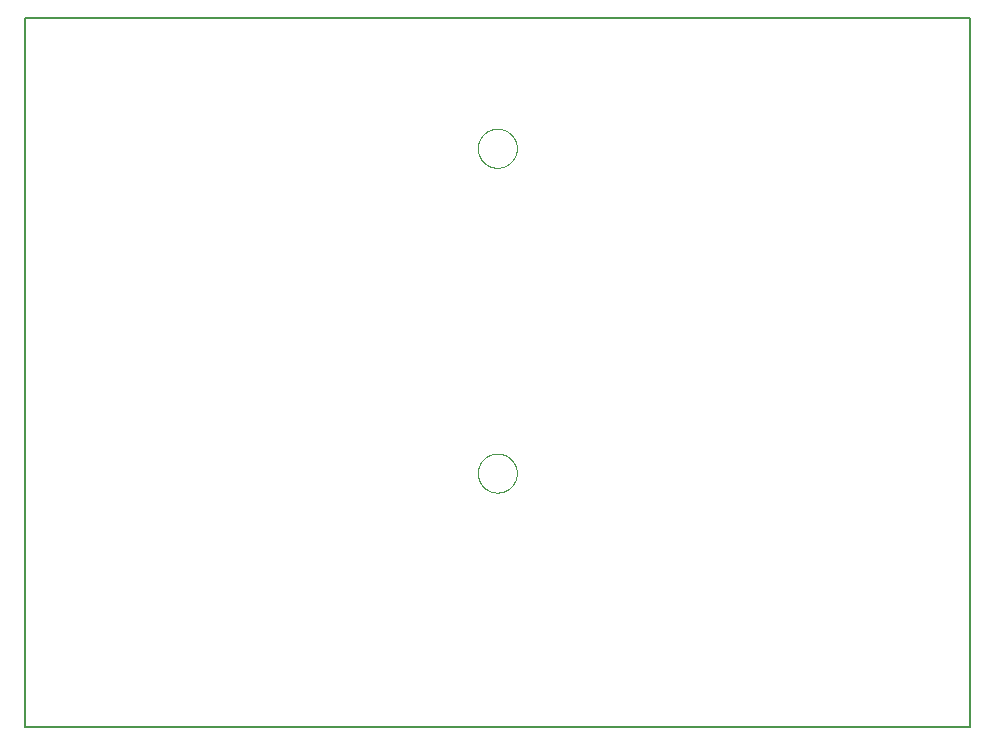
<source format=gbp>
G75*
%MOIN*%
%OFA0B0*%
%FSLAX25Y25*%
%IPPOS*%
%LPD*%
%AMOC8*
5,1,8,0,0,1.08239X$1,22.5*
%
%ADD10C,0.00800*%
%ADD11C,0.00000*%
D10*
X0146255Y0061333D02*
X0461216Y0061333D01*
X0461216Y0297554D01*
X0146255Y0297554D01*
X0146255Y0061333D01*
D11*
X0297235Y0145979D02*
X0297237Y0146140D01*
X0297243Y0146300D01*
X0297253Y0146461D01*
X0297267Y0146621D01*
X0297285Y0146781D01*
X0297306Y0146940D01*
X0297332Y0147099D01*
X0297362Y0147257D01*
X0297395Y0147414D01*
X0297433Y0147571D01*
X0297474Y0147726D01*
X0297519Y0147880D01*
X0297568Y0148033D01*
X0297621Y0148185D01*
X0297677Y0148336D01*
X0297738Y0148485D01*
X0297801Y0148633D01*
X0297869Y0148779D01*
X0297940Y0148923D01*
X0298014Y0149065D01*
X0298092Y0149206D01*
X0298174Y0149344D01*
X0298259Y0149481D01*
X0298347Y0149615D01*
X0298439Y0149747D01*
X0298534Y0149877D01*
X0298632Y0150005D01*
X0298733Y0150130D01*
X0298837Y0150252D01*
X0298944Y0150372D01*
X0299054Y0150489D01*
X0299167Y0150604D01*
X0299283Y0150715D01*
X0299402Y0150824D01*
X0299523Y0150929D01*
X0299647Y0151032D01*
X0299773Y0151132D01*
X0299901Y0151228D01*
X0300032Y0151321D01*
X0300166Y0151411D01*
X0300301Y0151498D01*
X0300439Y0151581D01*
X0300578Y0151661D01*
X0300720Y0151737D01*
X0300863Y0151810D01*
X0301008Y0151879D01*
X0301155Y0151945D01*
X0301303Y0152007D01*
X0301453Y0152065D01*
X0301604Y0152120D01*
X0301757Y0152171D01*
X0301911Y0152218D01*
X0302066Y0152261D01*
X0302222Y0152300D01*
X0302378Y0152336D01*
X0302536Y0152367D01*
X0302694Y0152395D01*
X0302853Y0152419D01*
X0303013Y0152439D01*
X0303173Y0152455D01*
X0303333Y0152467D01*
X0303494Y0152475D01*
X0303655Y0152479D01*
X0303815Y0152479D01*
X0303976Y0152475D01*
X0304137Y0152467D01*
X0304297Y0152455D01*
X0304457Y0152439D01*
X0304617Y0152419D01*
X0304776Y0152395D01*
X0304934Y0152367D01*
X0305092Y0152336D01*
X0305248Y0152300D01*
X0305404Y0152261D01*
X0305559Y0152218D01*
X0305713Y0152171D01*
X0305866Y0152120D01*
X0306017Y0152065D01*
X0306167Y0152007D01*
X0306315Y0151945D01*
X0306462Y0151879D01*
X0306607Y0151810D01*
X0306750Y0151737D01*
X0306892Y0151661D01*
X0307031Y0151581D01*
X0307169Y0151498D01*
X0307304Y0151411D01*
X0307438Y0151321D01*
X0307569Y0151228D01*
X0307697Y0151132D01*
X0307823Y0151032D01*
X0307947Y0150929D01*
X0308068Y0150824D01*
X0308187Y0150715D01*
X0308303Y0150604D01*
X0308416Y0150489D01*
X0308526Y0150372D01*
X0308633Y0150252D01*
X0308737Y0150130D01*
X0308838Y0150005D01*
X0308936Y0149877D01*
X0309031Y0149747D01*
X0309123Y0149615D01*
X0309211Y0149481D01*
X0309296Y0149344D01*
X0309378Y0149206D01*
X0309456Y0149065D01*
X0309530Y0148923D01*
X0309601Y0148779D01*
X0309669Y0148633D01*
X0309732Y0148485D01*
X0309793Y0148336D01*
X0309849Y0148185D01*
X0309902Y0148033D01*
X0309951Y0147880D01*
X0309996Y0147726D01*
X0310037Y0147571D01*
X0310075Y0147414D01*
X0310108Y0147257D01*
X0310138Y0147099D01*
X0310164Y0146940D01*
X0310185Y0146781D01*
X0310203Y0146621D01*
X0310217Y0146461D01*
X0310227Y0146300D01*
X0310233Y0146140D01*
X0310235Y0145979D01*
X0310233Y0145818D01*
X0310227Y0145658D01*
X0310217Y0145497D01*
X0310203Y0145337D01*
X0310185Y0145177D01*
X0310164Y0145018D01*
X0310138Y0144859D01*
X0310108Y0144701D01*
X0310075Y0144544D01*
X0310037Y0144387D01*
X0309996Y0144232D01*
X0309951Y0144078D01*
X0309902Y0143925D01*
X0309849Y0143773D01*
X0309793Y0143622D01*
X0309732Y0143473D01*
X0309669Y0143325D01*
X0309601Y0143179D01*
X0309530Y0143035D01*
X0309456Y0142893D01*
X0309378Y0142752D01*
X0309296Y0142614D01*
X0309211Y0142477D01*
X0309123Y0142343D01*
X0309031Y0142211D01*
X0308936Y0142081D01*
X0308838Y0141953D01*
X0308737Y0141828D01*
X0308633Y0141706D01*
X0308526Y0141586D01*
X0308416Y0141469D01*
X0308303Y0141354D01*
X0308187Y0141243D01*
X0308068Y0141134D01*
X0307947Y0141029D01*
X0307823Y0140926D01*
X0307697Y0140826D01*
X0307569Y0140730D01*
X0307438Y0140637D01*
X0307304Y0140547D01*
X0307169Y0140460D01*
X0307031Y0140377D01*
X0306892Y0140297D01*
X0306750Y0140221D01*
X0306607Y0140148D01*
X0306462Y0140079D01*
X0306315Y0140013D01*
X0306167Y0139951D01*
X0306017Y0139893D01*
X0305866Y0139838D01*
X0305713Y0139787D01*
X0305559Y0139740D01*
X0305404Y0139697D01*
X0305248Y0139658D01*
X0305092Y0139622D01*
X0304934Y0139591D01*
X0304776Y0139563D01*
X0304617Y0139539D01*
X0304457Y0139519D01*
X0304297Y0139503D01*
X0304137Y0139491D01*
X0303976Y0139483D01*
X0303815Y0139479D01*
X0303655Y0139479D01*
X0303494Y0139483D01*
X0303333Y0139491D01*
X0303173Y0139503D01*
X0303013Y0139519D01*
X0302853Y0139539D01*
X0302694Y0139563D01*
X0302536Y0139591D01*
X0302378Y0139622D01*
X0302222Y0139658D01*
X0302066Y0139697D01*
X0301911Y0139740D01*
X0301757Y0139787D01*
X0301604Y0139838D01*
X0301453Y0139893D01*
X0301303Y0139951D01*
X0301155Y0140013D01*
X0301008Y0140079D01*
X0300863Y0140148D01*
X0300720Y0140221D01*
X0300578Y0140297D01*
X0300439Y0140377D01*
X0300301Y0140460D01*
X0300166Y0140547D01*
X0300032Y0140637D01*
X0299901Y0140730D01*
X0299773Y0140826D01*
X0299647Y0140926D01*
X0299523Y0141029D01*
X0299402Y0141134D01*
X0299283Y0141243D01*
X0299167Y0141354D01*
X0299054Y0141469D01*
X0298944Y0141586D01*
X0298837Y0141706D01*
X0298733Y0141828D01*
X0298632Y0141953D01*
X0298534Y0142081D01*
X0298439Y0142211D01*
X0298347Y0142343D01*
X0298259Y0142477D01*
X0298174Y0142614D01*
X0298092Y0142752D01*
X0298014Y0142893D01*
X0297940Y0143035D01*
X0297869Y0143179D01*
X0297801Y0143325D01*
X0297738Y0143473D01*
X0297677Y0143622D01*
X0297621Y0143773D01*
X0297568Y0143925D01*
X0297519Y0144078D01*
X0297474Y0144232D01*
X0297433Y0144387D01*
X0297395Y0144544D01*
X0297362Y0144701D01*
X0297332Y0144859D01*
X0297306Y0145018D01*
X0297285Y0145177D01*
X0297267Y0145337D01*
X0297253Y0145497D01*
X0297243Y0145658D01*
X0297237Y0145818D01*
X0297235Y0145979D01*
X0297235Y0254247D02*
X0297237Y0254408D01*
X0297243Y0254568D01*
X0297253Y0254729D01*
X0297267Y0254889D01*
X0297285Y0255049D01*
X0297306Y0255208D01*
X0297332Y0255367D01*
X0297362Y0255525D01*
X0297395Y0255682D01*
X0297433Y0255839D01*
X0297474Y0255994D01*
X0297519Y0256148D01*
X0297568Y0256301D01*
X0297621Y0256453D01*
X0297677Y0256604D01*
X0297738Y0256753D01*
X0297801Y0256901D01*
X0297869Y0257047D01*
X0297940Y0257191D01*
X0298014Y0257333D01*
X0298092Y0257474D01*
X0298174Y0257612D01*
X0298259Y0257749D01*
X0298347Y0257883D01*
X0298439Y0258015D01*
X0298534Y0258145D01*
X0298632Y0258273D01*
X0298733Y0258398D01*
X0298837Y0258520D01*
X0298944Y0258640D01*
X0299054Y0258757D01*
X0299167Y0258872D01*
X0299283Y0258983D01*
X0299402Y0259092D01*
X0299523Y0259197D01*
X0299647Y0259300D01*
X0299773Y0259400D01*
X0299901Y0259496D01*
X0300032Y0259589D01*
X0300166Y0259679D01*
X0300301Y0259766D01*
X0300439Y0259849D01*
X0300578Y0259929D01*
X0300720Y0260005D01*
X0300863Y0260078D01*
X0301008Y0260147D01*
X0301155Y0260213D01*
X0301303Y0260275D01*
X0301453Y0260333D01*
X0301604Y0260388D01*
X0301757Y0260439D01*
X0301911Y0260486D01*
X0302066Y0260529D01*
X0302222Y0260568D01*
X0302378Y0260604D01*
X0302536Y0260635D01*
X0302694Y0260663D01*
X0302853Y0260687D01*
X0303013Y0260707D01*
X0303173Y0260723D01*
X0303333Y0260735D01*
X0303494Y0260743D01*
X0303655Y0260747D01*
X0303815Y0260747D01*
X0303976Y0260743D01*
X0304137Y0260735D01*
X0304297Y0260723D01*
X0304457Y0260707D01*
X0304617Y0260687D01*
X0304776Y0260663D01*
X0304934Y0260635D01*
X0305092Y0260604D01*
X0305248Y0260568D01*
X0305404Y0260529D01*
X0305559Y0260486D01*
X0305713Y0260439D01*
X0305866Y0260388D01*
X0306017Y0260333D01*
X0306167Y0260275D01*
X0306315Y0260213D01*
X0306462Y0260147D01*
X0306607Y0260078D01*
X0306750Y0260005D01*
X0306892Y0259929D01*
X0307031Y0259849D01*
X0307169Y0259766D01*
X0307304Y0259679D01*
X0307438Y0259589D01*
X0307569Y0259496D01*
X0307697Y0259400D01*
X0307823Y0259300D01*
X0307947Y0259197D01*
X0308068Y0259092D01*
X0308187Y0258983D01*
X0308303Y0258872D01*
X0308416Y0258757D01*
X0308526Y0258640D01*
X0308633Y0258520D01*
X0308737Y0258398D01*
X0308838Y0258273D01*
X0308936Y0258145D01*
X0309031Y0258015D01*
X0309123Y0257883D01*
X0309211Y0257749D01*
X0309296Y0257612D01*
X0309378Y0257474D01*
X0309456Y0257333D01*
X0309530Y0257191D01*
X0309601Y0257047D01*
X0309669Y0256901D01*
X0309732Y0256753D01*
X0309793Y0256604D01*
X0309849Y0256453D01*
X0309902Y0256301D01*
X0309951Y0256148D01*
X0309996Y0255994D01*
X0310037Y0255839D01*
X0310075Y0255682D01*
X0310108Y0255525D01*
X0310138Y0255367D01*
X0310164Y0255208D01*
X0310185Y0255049D01*
X0310203Y0254889D01*
X0310217Y0254729D01*
X0310227Y0254568D01*
X0310233Y0254408D01*
X0310235Y0254247D01*
X0310233Y0254086D01*
X0310227Y0253926D01*
X0310217Y0253765D01*
X0310203Y0253605D01*
X0310185Y0253445D01*
X0310164Y0253286D01*
X0310138Y0253127D01*
X0310108Y0252969D01*
X0310075Y0252812D01*
X0310037Y0252655D01*
X0309996Y0252500D01*
X0309951Y0252346D01*
X0309902Y0252193D01*
X0309849Y0252041D01*
X0309793Y0251890D01*
X0309732Y0251741D01*
X0309669Y0251593D01*
X0309601Y0251447D01*
X0309530Y0251303D01*
X0309456Y0251161D01*
X0309378Y0251020D01*
X0309296Y0250882D01*
X0309211Y0250745D01*
X0309123Y0250611D01*
X0309031Y0250479D01*
X0308936Y0250349D01*
X0308838Y0250221D01*
X0308737Y0250096D01*
X0308633Y0249974D01*
X0308526Y0249854D01*
X0308416Y0249737D01*
X0308303Y0249622D01*
X0308187Y0249511D01*
X0308068Y0249402D01*
X0307947Y0249297D01*
X0307823Y0249194D01*
X0307697Y0249094D01*
X0307569Y0248998D01*
X0307438Y0248905D01*
X0307304Y0248815D01*
X0307169Y0248728D01*
X0307031Y0248645D01*
X0306892Y0248565D01*
X0306750Y0248489D01*
X0306607Y0248416D01*
X0306462Y0248347D01*
X0306315Y0248281D01*
X0306167Y0248219D01*
X0306017Y0248161D01*
X0305866Y0248106D01*
X0305713Y0248055D01*
X0305559Y0248008D01*
X0305404Y0247965D01*
X0305248Y0247926D01*
X0305092Y0247890D01*
X0304934Y0247859D01*
X0304776Y0247831D01*
X0304617Y0247807D01*
X0304457Y0247787D01*
X0304297Y0247771D01*
X0304137Y0247759D01*
X0303976Y0247751D01*
X0303815Y0247747D01*
X0303655Y0247747D01*
X0303494Y0247751D01*
X0303333Y0247759D01*
X0303173Y0247771D01*
X0303013Y0247787D01*
X0302853Y0247807D01*
X0302694Y0247831D01*
X0302536Y0247859D01*
X0302378Y0247890D01*
X0302222Y0247926D01*
X0302066Y0247965D01*
X0301911Y0248008D01*
X0301757Y0248055D01*
X0301604Y0248106D01*
X0301453Y0248161D01*
X0301303Y0248219D01*
X0301155Y0248281D01*
X0301008Y0248347D01*
X0300863Y0248416D01*
X0300720Y0248489D01*
X0300578Y0248565D01*
X0300439Y0248645D01*
X0300301Y0248728D01*
X0300166Y0248815D01*
X0300032Y0248905D01*
X0299901Y0248998D01*
X0299773Y0249094D01*
X0299647Y0249194D01*
X0299523Y0249297D01*
X0299402Y0249402D01*
X0299283Y0249511D01*
X0299167Y0249622D01*
X0299054Y0249737D01*
X0298944Y0249854D01*
X0298837Y0249974D01*
X0298733Y0250096D01*
X0298632Y0250221D01*
X0298534Y0250349D01*
X0298439Y0250479D01*
X0298347Y0250611D01*
X0298259Y0250745D01*
X0298174Y0250882D01*
X0298092Y0251020D01*
X0298014Y0251161D01*
X0297940Y0251303D01*
X0297869Y0251447D01*
X0297801Y0251593D01*
X0297738Y0251741D01*
X0297677Y0251890D01*
X0297621Y0252041D01*
X0297568Y0252193D01*
X0297519Y0252346D01*
X0297474Y0252500D01*
X0297433Y0252655D01*
X0297395Y0252812D01*
X0297362Y0252969D01*
X0297332Y0253127D01*
X0297306Y0253286D01*
X0297285Y0253445D01*
X0297267Y0253605D01*
X0297253Y0253765D01*
X0297243Y0253926D01*
X0297237Y0254086D01*
X0297235Y0254247D01*
M02*

</source>
